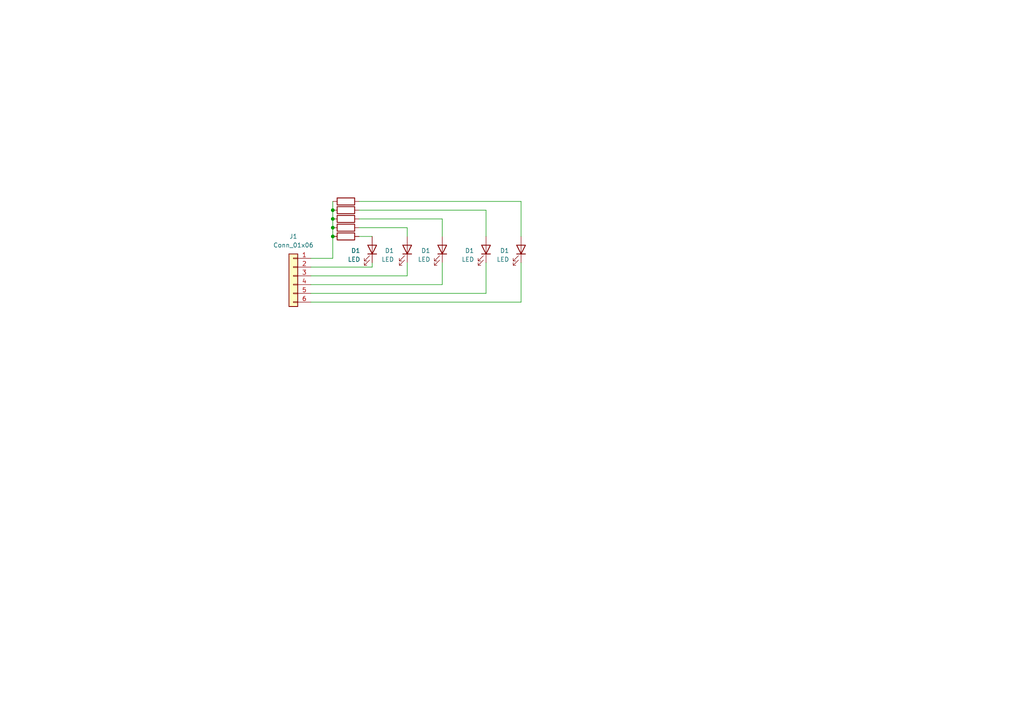
<source format=kicad_sch>
(kicad_sch (version 20230121) (generator eeschema)
  (paper "A4")
  (lib_symbols
    (symbol "Connector_Generic:Conn_01x06" (pin_names (offset 1.016) hide)
      (property "Reference" "J" (at 0 7.62 0))
      (property "Value" "Conn_01x06" (at 0 -10.16 0))
      (symbol "Conn_01x06_1_1"
        (rectangle (start -1.27 -7.493) (end 0 -7.747) (stroke (width 0.1524)))
        (rectangle (start -1.27 -4.953) (end 0 -5.207) (stroke (width 0.1524)))
        (rectangle (start -1.27 -2.413) (end 0 -2.667) (stroke (width 0.1524)))
        (rectangle (start -1.27 0.127) (end 0 -0.127) (stroke (width 0.1524)))
        (rectangle (start -1.27 2.667) (end 0 2.413) (stroke (width 0.1524)))
        (rectangle (start -1.27 5.207) (end 0 4.953) (stroke (width 0.1524)))
        (rectangle (start -1.27 6.35) (end 1.27 -8.89) (stroke (width 0.254)) (fill (type background)))
        (pin passive line (at -5.08 5.08 0) (length 3.81) (name "Pin_1") (number "1"))
        (pin passive line (at -5.08 2.54 0) (length 3.81) (name "Pin_2") (number "2"))
        (pin passive line (at -5.08 0 0) (length 3.81) (name "Pin_3") (number "3"))
        (pin passive line (at -5.08 -2.54 0) (length 3.81) (name "Pin_4") (number "4"))
        (pin passive line (at -5.08 -5.08 0) (length 3.81) (name "Pin_5") (number "5"))
        (pin passive line (at -5.08 -7.62 0) (length 3.81) (name "Pin_6") (number "6"))
      )
    )
    (symbol "Device:LED" (pin_numbers hide) (pin_names (offset 1.016) hide)
      (property "Reference" "D" (at 0 2.54 0))
      (property "Value" "LED" (at 0 -2.54 0))
      (symbol "LED_0_1"
        (polyline (pts (xy -1.27 -1.27) (xy -1.27 1.27)) (stroke (width 0.254)))
        (polyline (pts (xy -1.27 0) (xy 1.27 0)))
        (polyline (pts (xy 1.27 -1.27) (xy 1.27 1.27) (xy -1.27 0) (xy 1.27 -1.27)) (stroke (width 0.254)))
        (polyline (pts (xy -3.048 -0.762) (xy -4.572 -2.286) (xy -3.81 -2.286) (xy -4.572 -2.286) (xy -4.572 -1.524)))
        (polyline (pts (xy -1.778 -0.762) (xy -3.302 -2.286) (xy -2.54 -2.286) (xy -3.302 -2.286) (xy -3.302 -1.524)))
      )
      (symbol "LED_1_1"
        (pin passive line (at -3.81 0 0) (length 2.54) (name "K") (number "1"))
        (pin passive line (at 3.81 0 180) (length 2.54) (name "A") (number "2"))
      )
    )
    (symbol "Device:R" (pin_numbers hide) (pin_names (offset 0))
      (property "Reference" "R" (at 2.032 0 90))
      (property "Value" "R" (at 0 0 90))
      (symbol "R_0_1"
        (rectangle (start -1.016 -2.54) (end 1.016 2.54) (stroke (width 0.254)))
      )
      (symbol "R_1_1"
        (pin passive line (at 0 3.81 270) (length 1.27) (name "~") (number "1"))
        (pin passive line (at 0 -3.81 90) (length 1.27) (name "~") (number "2"))
      )
    )
  )
  (junction (at 96.52 63.5))
  (junction (at 96.52 60.96))
  (junction (at 96.52 68.58))
  (junction (at 96.52 66.04))
  (wire (pts (xy 104.14 66.04) (xy 118.11 66.04)))
  (wire (pts (xy 96.52 74.93) (xy 96.52 68.58)))
  (wire (pts (xy 90.17 74.93) (xy 96.52 74.93)))
  (wire (pts (xy 96.52 63.5) (xy 96.52 66.04)))
  (wire (pts (xy 96.52 58.42) (xy 96.52 60.96)))
  (wire (pts (xy 151.13 76.2) (xy 151.13 87.63)))
  (wire (pts (xy 107.95 68.58) (xy 104.14 68.58)))
  (wire (pts (xy 104.14 58.42) (xy 151.13 58.42)))
  (wire (pts (xy 118.11 66.04) (xy 118.11 68.58)))
  (wire (pts (xy 151.13 58.42) (xy 151.13 68.58)))
  (wire (pts (xy 118.11 80.01) (xy 90.17 80.01)))
  (wire (pts (xy 107.95 77.47) (xy 107.95 76.2)))
  (wire (pts (xy 128.27 76.2) (xy 128.27 82.55)))
  (wire (pts (xy 104.14 63.5) (xy 128.27 63.5)))
  (wire (pts (xy 140.97 60.96) (xy 140.97 68.58)))
  (wire (pts (xy 104.14 60.96) (xy 140.97 60.96)))
  (wire (pts (xy 140.97 76.2) (xy 140.97 85.09)))
  (wire (pts (xy 90.17 87.63) (xy 151.13 87.63)))
  (wire (pts (xy 118.11 76.2) (xy 118.11 80.01)))
  (wire (pts (xy 140.97 85.09) (xy 90.17 85.09)))
  (wire (pts (xy 128.27 63.5) (xy 128.27 68.58)))
  (wire (pts (xy 128.27 82.55) (xy 90.17 82.55)))
  (wire (pts (xy 96.52 66.04) (xy 96.52 68.58)))
  (wire (pts (xy 96.52 60.96) (xy 96.52 63.5)))
  (wire (pts (xy 107.95 77.47) (xy 90.17 77.47)))
  (symbol (lib_id "Device:LED") (at 118.11 72.39 270) (mirror x) (unit 1)
    (property "Reference" "D1" (at 114.3 72.7075 90) (effects (justify right)))
    (property "Value" "LED" (at 114.3 75.2475 90) (effects (justify right)))
    (property "Footprint" "custom_kicad_lib_sk:LED_NO_SILK" (effects hide))
    (instances (project "signal PCB" (path "" (reference "D1") (unit 1)) (path "" (reference "D2") (unit 1)) (path "" (reference "D?") (unit 1)) (path "" (reference "D502") (unit 1))))
  )
  (symbol (lib_id "Device:R") (at 100.33 66.04 270) (mirror x) (unit 1)
    (property "Reference" "R1" (effects hide))
    (property "Value" "R" (effects hide))
    (property "Footprint" "Resistor_SMD:R_0805_2012Metric_Pad1.20x1.40mm_HandSolder" (effects hide))
    (instances (project "signal PCB" (path "" (reference "R1") (unit 1)) (path "" (reference "R?") (unit 1)) (path "" (reference "R504") (unit 1))))
  )
  (symbol (lib_id "Device:LED") (at 128.27 72.39 270) (mirror x) (unit 1)
    (property "Reference" "D1" (at 124.841 72.7075 90) (effects (justify right)))
    (property "Value" "LED" (at 124.841 75.2475 90) (effects (justify right)))
    (property "Footprint" "custom_kicad_lib_sk:LED_NO_SILK" (effects hide))
    (instances (project "signal PCB" (path "" (reference "D1") (unit 1)) (path "" (reference "D3") (unit 1)) (path "" (reference "D?") (unit 1)) (path "" (reference "D503") (unit 1))))
  )
  (symbol (lib_id "Device:LED") (at 107.95 72.39 270) (mirror x) (unit 1)
    (property "Reference" "D1" (at 104.521 72.7075 90) (effects (justify right)))
    (property "Value" "LED" (at 104.521 75.2475 90) (effects (justify right)))
    (property "Footprint" "custom_kicad_lib_sk:LED_NO_SILK" (effects hide))
    (instances (project "signal PCB" (path "" (reference "D1") (unit 1)) (path "" (reference "D1") (unit 1)) (path "" (reference "D?") (unit 1)) (path "" (reference "D501") (unit 1))))
  )
  (symbol (lib_id "Device:R") (at 100.33 60.96 270) (mirror x) (unit 1)
    (property "Reference" "R1" (effects hide))
    (property "Value" "R" (effects hide))
    (property "Footprint" "Resistor_SMD:R_0805_2012Metric_Pad1.20x1.40mm_HandSolder" (effects hide))
    (instances (project "signal PCB" (path "" (reference "R1") (unit 1)) (path "" (reference "R?") (unit 1)) (path "" (reference "R502") (unit 1))))
  )
  (symbol (lib_id "Device:R") (at 100.33 68.58 270) (mirror x) (unit 1)
    (property "Reference" "R1" (effects hide))
    (property "Value" "R" (effects hide))
    (property "Footprint" "Resistor_SMD:R_0805_2012Metric_Pad1.20x1.40mm_HandSolder" (effects hide))
    (instances (project "signal PCB" (path "" (reference "R1") (unit 1)) (path "" (reference "R?") (unit 1)) (path "" (reference "R505") (unit 1))))
  )
  (symbol (lib_id "Device:LED") (at 151.13 72.39 270) (mirror x) (unit 1)
    (property "Reference" "D1" (at 147.701 72.7075 90) (effects (justify right)))
    (property "Value" "LED" (at 147.701 75.2475 90) (effects (justify right)))
    (property "Footprint" "custom_kicad_lib_sk:02_solderpad_2.54" (effects hide))
    (instances (project "signal PCB" (path "" (reference "D1") (unit 1)) (path "" (reference "D3") (unit 1)) (path "" (reference "D?") (unit 1)) (path "" (reference "D505") (unit 1))))
  )
  (symbol (lib_id "Connector_Generic:Conn_01x06") (at 85.09 80.01 0) (mirror y) (unit 1)
    (property "Reference" "J1" (at 85.09 68.58 0))
    (property "Value" "Conn_01x06" (at 85.09 71.12 0))
    (property "Footprint" "custom_kicad_lib_sk:06_solderpad_2.54" (effects hide))
    (instances (project "signal PCB" (path "" (reference "J1") (unit 1)) (path "" (reference "J?") (unit 1)) (path "" (reference "J501") (unit 1))))
  )
  (symbol (lib_id "Device:LED") (at 140.97 72.39 270) (mirror x) (unit 1)
    (property "Reference" "D1" (at 137.541 72.7075 90) (effects (justify right)))
    (property "Value" "LED" (at 137.541 75.2475 90) (effects (justify right)))
    (property "Footprint" "custom_kicad_lib_sk:LED_NO_SILK" (effects hide))
    (instances (project "signal PCB" (path "" (reference "D1") (unit 1)) (path "" (reference "D3") (unit 1)) (path "" (reference "D?") (unit 1)) (path "" (reference "D504") (unit 1))))
  )
  (symbol (lib_id "Device:R") (at 100.33 58.42 270) (mirror x) (unit 1)
    (property "Reference" "R1" (effects hide))
    (property "Value" "R" (effects hide))
    (property "Footprint" "Resistor_SMD:R_0805_2012Metric_Pad1.20x1.40mm_HandSolder" (effects hide))
    (instances (project "signal PCB" (path "" (reference "R1") (unit 1)) (path "" (reference "R?") (unit 1)) (path "" (reference "R501") (unit 1))))
  )
  (symbol (lib_id "Device:R") (at 100.33 63.5 270) (mirror x) (unit 1)
    (property "Reference" "R1" (effects hide))
    (property "Value" "R" (effects hide))
    (property "Footprint" "Resistor_SMD:R_0805_2012Metric_Pad1.20x1.40mm_HandSolder" (effects hide))
    (instances (project "signal PCB" (path "" (reference "R1") (unit 1)) (path "" (reference "R?") (unit 1)) (path "" (reference "R503") (unit 1))))
  )
)
</source>
